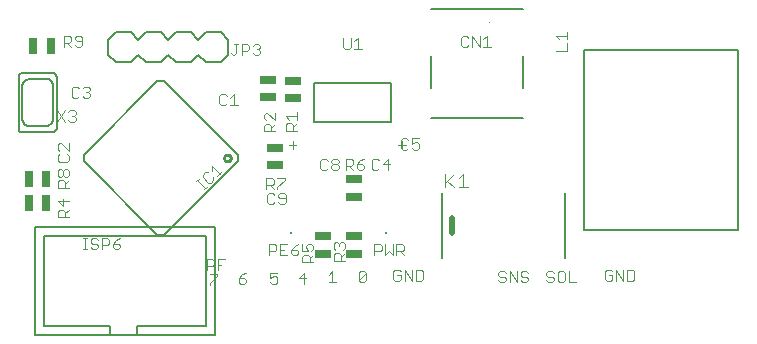
<source format=gto>
G75*
G70*
%OFA0B0*%
%FSLAX24Y24*%
%IPPOS*%
%LPD*%
%AMOC8*
5,1,8,0,0,1.08239X$1,22.5*
%
%ADD10C,0.0030*%
%ADD11R,0.0551X0.0256*%
%ADD12C,0.0050*%
%ADD13C,0.0040*%
%ADD14R,0.0079X0.0079*%
%ADD15C,0.0080*%
%ADD16C,0.0100*%
%ADD17R,0.0256X0.0551*%
%ADD18C,0.0200*%
D10*
X004046Y004878D02*
X004046Y005064D01*
X004108Y005125D01*
X004232Y005125D01*
X004293Y005064D01*
X004293Y004878D01*
X004417Y004878D02*
X004046Y004878D01*
X004293Y005002D02*
X004417Y005125D01*
X004232Y005247D02*
X004232Y005494D01*
X004417Y005432D02*
X004046Y005432D01*
X004232Y005247D01*
X004293Y005865D02*
X004293Y006050D01*
X004232Y006112D01*
X004108Y006112D01*
X004046Y006050D01*
X004046Y005865D01*
X004417Y005865D01*
X004293Y005988D02*
X004417Y006112D01*
X004355Y006233D02*
X004293Y006233D01*
X004232Y006295D01*
X004232Y006418D01*
X004293Y006480D01*
X004355Y006480D01*
X004417Y006418D01*
X004417Y006295D01*
X004355Y006233D01*
X004232Y006295D02*
X004170Y006233D01*
X004108Y006233D01*
X004046Y006295D01*
X004046Y006418D01*
X004108Y006480D01*
X004170Y006480D01*
X004232Y006418D01*
X004108Y006728D02*
X004355Y006728D01*
X004417Y006790D01*
X004417Y006914D01*
X004355Y006975D01*
X004417Y007097D02*
X004170Y007344D01*
X004108Y007344D01*
X004046Y007282D01*
X004046Y007158D01*
X004108Y007097D01*
X004108Y006975D02*
X004046Y006914D01*
X004046Y006790D01*
X004108Y006728D01*
X004417Y007097D02*
X004417Y007344D01*
X004464Y008067D02*
X004402Y008129D01*
X004464Y008067D02*
X004587Y008067D01*
X004649Y008129D01*
X004649Y008190D01*
X004587Y008252D01*
X004525Y008252D01*
X004587Y008252D02*
X004649Y008314D01*
X004649Y008376D01*
X004587Y008437D01*
X004464Y008437D01*
X004402Y008376D01*
X004281Y008437D02*
X004034Y008067D01*
X004281Y008067D02*
X004034Y008437D01*
X004510Y008927D02*
X004572Y008865D01*
X004695Y008865D01*
X004757Y008927D01*
X004878Y008927D02*
X004940Y008865D01*
X005064Y008865D01*
X005125Y008927D01*
X005125Y008988D01*
X005064Y009050D01*
X005002Y009050D01*
X005064Y009050D02*
X005125Y009112D01*
X005125Y009174D01*
X005064Y009235D01*
X004940Y009235D01*
X004878Y009174D01*
X004757Y009174D02*
X004695Y009235D01*
X004572Y009235D01*
X004510Y009174D01*
X004510Y008927D01*
X004494Y010565D02*
X004370Y010688D01*
X004432Y010688D02*
X004247Y010688D01*
X004247Y010565D02*
X004247Y010935D01*
X004432Y010935D01*
X004494Y010874D01*
X004494Y010750D01*
X004432Y010688D01*
X004615Y010627D02*
X004677Y010565D01*
X004800Y010565D01*
X004862Y010627D01*
X004862Y010874D01*
X004800Y010935D01*
X004677Y010935D01*
X004615Y010874D01*
X004615Y010812D01*
X004677Y010750D01*
X004862Y010750D01*
X009433Y008930D02*
X009433Y008683D01*
X009495Y008621D01*
X009618Y008621D01*
X009680Y008683D01*
X009802Y008621D02*
X010048Y008621D01*
X009925Y008621D02*
X009925Y008991D01*
X009802Y008868D01*
X009680Y008930D02*
X009618Y008991D01*
X009495Y008991D01*
X009433Y008930D01*
X010917Y008294D02*
X010917Y008171D01*
X010979Y008109D01*
X010979Y007987D02*
X011102Y007987D01*
X011164Y007926D01*
X011164Y007741D01*
X011164Y007864D02*
X011287Y007987D01*
X011287Y008109D02*
X011041Y008356D01*
X010979Y008356D01*
X010917Y008294D01*
X011287Y008356D02*
X011287Y008109D01*
X010979Y007987D02*
X010917Y007926D01*
X010917Y007741D01*
X011287Y007741D01*
X011646Y007758D02*
X011646Y007943D01*
X011708Y008005D01*
X011832Y008005D01*
X011893Y007943D01*
X011893Y007758D01*
X011893Y007881D02*
X012017Y008005D01*
X012017Y008126D02*
X012017Y008373D01*
X012017Y008249D02*
X011646Y008249D01*
X011770Y008126D01*
X011646Y007758D02*
X012017Y007758D01*
X011882Y007412D02*
X011882Y007165D01*
X012005Y007288D02*
X011758Y007288D01*
X012803Y006768D02*
X012803Y006521D01*
X012865Y006459D01*
X012988Y006459D01*
X013050Y006521D01*
X013171Y006521D02*
X013171Y006583D01*
X013233Y006645D01*
X013356Y006645D01*
X013418Y006583D01*
X013418Y006521D01*
X013356Y006459D01*
X013233Y006459D01*
X013171Y006521D01*
X013233Y006645D02*
X013171Y006706D01*
X013171Y006768D01*
X013233Y006830D01*
X013356Y006830D01*
X013418Y006768D01*
X013418Y006706D01*
X013356Y006645D01*
X013647Y006588D02*
X013832Y006588D01*
X013894Y006650D01*
X013894Y006774D01*
X013832Y006835D01*
X013647Y006835D01*
X013647Y006465D01*
X013770Y006588D02*
X013894Y006465D01*
X014015Y006527D02*
X014077Y006465D01*
X014200Y006465D01*
X014262Y006527D01*
X014262Y006588D01*
X014200Y006650D01*
X014015Y006650D01*
X014015Y006527D01*
X014015Y006650D02*
X014138Y006774D01*
X014262Y006835D01*
X014510Y006774D02*
X014510Y006527D01*
X014572Y006465D01*
X014695Y006465D01*
X014757Y006527D01*
X014878Y006650D02*
X015125Y006650D01*
X015064Y006465D02*
X015064Y006835D01*
X014878Y006650D01*
X014757Y006774D02*
X014695Y006835D01*
X014572Y006835D01*
X014510Y006774D01*
X015408Y007288D02*
X015655Y007288D01*
X015731Y007194D02*
X015669Y007132D01*
X015545Y007132D01*
X015484Y007194D01*
X015484Y007441D01*
X015545Y007503D01*
X015669Y007503D01*
X015731Y007441D01*
X015852Y007503D02*
X015852Y007317D01*
X015975Y007379D01*
X016037Y007379D01*
X016099Y007317D01*
X016099Y007194D01*
X016037Y007132D01*
X015914Y007132D01*
X015852Y007194D01*
X015852Y007503D02*
X016099Y007503D01*
X015532Y007412D02*
X015532Y007165D01*
X013050Y006768D02*
X012988Y006830D01*
X012865Y006830D01*
X012803Y006768D01*
X011612Y006185D02*
X011612Y006124D01*
X011365Y005877D01*
X011365Y005815D01*
X011244Y005815D02*
X011120Y005938D01*
X011182Y005938D02*
X010997Y005938D01*
X010997Y005815D02*
X010997Y006185D01*
X011182Y006185D01*
X011244Y006124D01*
X011244Y006000D01*
X011182Y005938D01*
X011213Y005692D02*
X011090Y005692D01*
X011028Y005630D01*
X011028Y005383D01*
X011090Y005321D01*
X011213Y005321D01*
X011275Y005383D01*
X011396Y005383D02*
X011458Y005321D01*
X011581Y005321D01*
X011643Y005383D01*
X011643Y005630D01*
X011581Y005692D01*
X011458Y005692D01*
X011396Y005630D01*
X011396Y005568D01*
X011458Y005506D01*
X011643Y005506D01*
X011275Y005630D02*
X011213Y005692D01*
X011365Y006185D02*
X011612Y006185D01*
X009534Y006419D02*
X009359Y006244D01*
X009447Y006331D02*
X009185Y006593D01*
X009185Y006419D01*
X009055Y006376D02*
X008968Y006376D01*
X008881Y006289D01*
X008881Y006202D01*
X009055Y006027D01*
X009143Y006027D01*
X009230Y006115D01*
X009230Y006202D01*
X008969Y005854D02*
X008707Y006115D01*
X008663Y006072D02*
X008751Y006159D01*
X009013Y005897D02*
X008925Y005810D01*
X011092Y003985D02*
X011277Y003985D01*
X011339Y003924D01*
X011339Y003800D01*
X011277Y003738D01*
X011092Y003738D01*
X011092Y003615D02*
X011092Y003985D01*
X011460Y003985D02*
X011460Y003615D01*
X011707Y003615D01*
X011828Y003677D02*
X011890Y003615D01*
X012014Y003615D01*
X012075Y003677D01*
X012075Y003738D01*
X012014Y003800D01*
X011828Y003800D01*
X011828Y003677D01*
X011828Y003800D02*
X011952Y003924D01*
X012075Y003985D01*
X012196Y003994D02*
X012196Y003747D01*
X012382Y003747D01*
X012320Y003870D01*
X012320Y003932D01*
X012382Y003994D01*
X012505Y003994D01*
X012567Y003932D01*
X012567Y003808D01*
X012505Y003747D01*
X012567Y003625D02*
X012443Y003502D01*
X012443Y003564D02*
X012443Y003378D01*
X012567Y003378D02*
X012196Y003378D01*
X012196Y003564D01*
X012258Y003625D01*
X012382Y003625D01*
X012443Y003564D01*
X011707Y003985D02*
X011460Y003985D01*
X011460Y003800D02*
X011584Y003800D01*
X011375Y003035D02*
X011128Y003035D01*
X011128Y002850D01*
X011252Y002912D01*
X011314Y002912D01*
X011375Y002850D01*
X011375Y002727D01*
X011314Y002665D01*
X011190Y002665D01*
X011128Y002727D01*
X010325Y002727D02*
X010264Y002665D01*
X010140Y002665D01*
X010078Y002727D01*
X010078Y002850D01*
X010264Y002850D01*
X010325Y002788D01*
X010325Y002727D01*
X010202Y002974D02*
X010078Y002850D01*
X010202Y002974D02*
X010325Y003035D01*
X009625Y003485D02*
X009378Y003485D01*
X009378Y003115D01*
X009375Y002985D02*
X009128Y002985D01*
X009010Y003115D02*
X009010Y003485D01*
X009195Y003485D01*
X009257Y003424D01*
X009257Y003300D01*
X009195Y003238D01*
X009010Y003238D01*
X009378Y003300D02*
X009502Y003300D01*
X009375Y002985D02*
X009375Y002924D01*
X009128Y002677D01*
X009128Y002615D01*
X012078Y002850D02*
X012325Y002850D01*
X012264Y002665D02*
X012264Y003035D01*
X012078Y002850D01*
X013078Y002962D02*
X013202Y003085D01*
X013202Y002715D01*
X013325Y002715D02*
X013078Y002715D01*
X013246Y003428D02*
X013246Y003614D01*
X013308Y003675D01*
X013432Y003675D01*
X013493Y003614D01*
X013493Y003428D01*
X013617Y003428D02*
X013246Y003428D01*
X013493Y003552D02*
X013617Y003675D01*
X013555Y003797D02*
X013617Y003858D01*
X013617Y003982D01*
X013555Y004044D01*
X013493Y004044D01*
X013432Y003982D01*
X013432Y003920D01*
X013432Y003982D02*
X013370Y004044D01*
X013308Y004044D01*
X013246Y003982D01*
X013246Y003858D01*
X013308Y003797D01*
X014078Y003024D02*
X014140Y003085D01*
X014264Y003085D01*
X014325Y003024D01*
X014078Y002777D01*
X014140Y002715D01*
X014264Y002715D01*
X014325Y002777D01*
X014325Y003024D01*
X014078Y003024D02*
X014078Y002777D01*
X015242Y002827D02*
X015303Y002765D01*
X015427Y002765D01*
X015489Y002827D01*
X015489Y002950D01*
X015365Y002950D01*
X015242Y002827D02*
X015242Y003074D01*
X015303Y003135D01*
X015427Y003135D01*
X015489Y003074D01*
X015610Y003135D02*
X015857Y002765D01*
X015857Y003135D01*
X015978Y003135D02*
X016164Y003135D01*
X016225Y003074D01*
X016225Y002827D01*
X016164Y002765D01*
X015978Y002765D01*
X015978Y003135D01*
X015610Y003135D02*
X015610Y002765D01*
X015580Y003615D02*
X015457Y003738D01*
X015518Y003738D02*
X015333Y003738D01*
X015333Y003615D02*
X015333Y003985D01*
X015518Y003985D01*
X015580Y003924D01*
X015580Y003800D01*
X015518Y003738D01*
X015212Y003615D02*
X015212Y003985D01*
X014965Y003985D02*
X014965Y003615D01*
X015088Y003738D01*
X015212Y003615D01*
X014844Y003800D02*
X014782Y003738D01*
X014597Y003738D01*
X014597Y003615D02*
X014597Y003985D01*
X014782Y003985D01*
X014844Y003924D01*
X014844Y003800D01*
X018742Y003024D02*
X018742Y002962D01*
X018803Y002900D01*
X018927Y002900D01*
X018989Y002838D01*
X018989Y002777D01*
X018927Y002715D01*
X018803Y002715D01*
X018742Y002777D01*
X019110Y002715D02*
X019110Y003085D01*
X019357Y002715D01*
X019357Y003085D01*
X019478Y003024D02*
X019478Y002962D01*
X019540Y002900D01*
X019664Y002900D01*
X019725Y002838D01*
X019725Y002777D01*
X019664Y002715D01*
X019540Y002715D01*
X019478Y002777D01*
X019478Y003024D02*
X019540Y003085D01*
X019664Y003085D01*
X019725Y003024D01*
X020342Y003024D02*
X020342Y002962D01*
X020403Y002900D01*
X020527Y002900D01*
X020589Y002838D01*
X020589Y002777D01*
X020527Y002715D01*
X020403Y002715D01*
X020342Y002777D01*
X020342Y003024D02*
X020403Y003085D01*
X020527Y003085D01*
X020589Y003024D01*
X020710Y003024D02*
X020710Y002777D01*
X020772Y002715D01*
X020895Y002715D01*
X020957Y002777D01*
X020957Y003024D01*
X020895Y003085D01*
X020772Y003085D01*
X020710Y003024D01*
X021078Y003085D02*
X021078Y002715D01*
X021325Y002715D01*
X022292Y002827D02*
X022353Y002765D01*
X022477Y002765D01*
X022539Y002827D01*
X022539Y002950D01*
X022415Y002950D01*
X022292Y002827D02*
X022292Y003074D01*
X022353Y003135D01*
X022477Y003135D01*
X022539Y003074D01*
X022660Y003135D02*
X022907Y002765D01*
X022907Y003135D01*
X023028Y003135D02*
X023214Y003135D01*
X023275Y003074D01*
X023275Y002827D01*
X023214Y002765D01*
X023028Y002765D01*
X023028Y003135D01*
X022660Y003135D02*
X022660Y002765D01*
X018989Y003024D02*
X018927Y003085D01*
X018803Y003085D01*
X018742Y003024D01*
X020646Y010434D02*
X021017Y010434D01*
X021017Y010681D01*
X021017Y010802D02*
X021017Y011049D01*
X021017Y010925D02*
X020646Y010925D01*
X020770Y010802D01*
X018478Y010559D02*
X018232Y010559D01*
X018110Y010559D02*
X018110Y010929D01*
X018232Y010806D02*
X018355Y010929D01*
X018355Y010559D01*
X018110Y010559D02*
X017863Y010929D01*
X017863Y010559D01*
X017742Y010620D02*
X017680Y010559D01*
X017557Y010559D01*
X017495Y010620D01*
X017495Y010867D01*
X017557Y010929D01*
X017680Y010929D01*
X017742Y010867D01*
X014187Y010490D02*
X013940Y010490D01*
X014063Y010490D02*
X014063Y010860D01*
X013940Y010737D01*
X013819Y010860D02*
X013819Y010552D01*
X013757Y010490D01*
X013633Y010490D01*
X013572Y010552D01*
X013572Y010860D01*
D11*
X011882Y009421D03*
X011053Y009454D03*
X011053Y008874D03*
X011882Y008841D03*
X011282Y007192D03*
X011282Y006612D03*
X013932Y006142D03*
X013932Y005562D03*
X013931Y004238D03*
X012881Y004238D03*
X012881Y003658D03*
X013931Y003658D03*
D12*
X003282Y004550D02*
X003282Y000950D01*
X005782Y000950D01*
X005782Y001250D01*
X003582Y001250D01*
X003582Y004250D01*
X008982Y004250D01*
X008982Y001250D01*
X006682Y001250D01*
X006682Y000950D01*
X005782Y000950D01*
X006682Y000950D02*
X009282Y000950D01*
X009282Y004550D01*
X003282Y004550D01*
X002840Y007716D02*
X003861Y007716D01*
X003882Y007715D01*
X003903Y007717D01*
X003923Y007722D01*
X003942Y007730D01*
X003959Y007741D01*
X003975Y007754D01*
X003988Y007770D01*
X003999Y007788D01*
X004007Y007807D01*
X004012Y007827D01*
X004012Y009573D01*
X004007Y009593D01*
X003999Y009612D01*
X003988Y009630D01*
X003975Y009646D01*
X003959Y009659D01*
X003942Y009670D01*
X003923Y009678D01*
X003903Y009683D01*
X003882Y009685D01*
X003861Y009684D01*
X002876Y009684D01*
X002857Y009682D01*
X002838Y009678D01*
X002820Y009670D01*
X002803Y009660D01*
X002788Y009648D01*
X002776Y009633D01*
X002766Y009616D01*
X002758Y009598D01*
X002754Y009579D01*
X002752Y009560D01*
X002752Y007804D01*
X002754Y007787D01*
X002759Y007770D01*
X002767Y007755D01*
X002778Y007742D01*
X002791Y007731D01*
X002806Y007723D01*
X002823Y007718D01*
X002840Y007716D01*
X003106Y007913D02*
X003657Y007913D01*
X003658Y007913D02*
X003688Y007917D01*
X003718Y007925D01*
X003747Y007936D01*
X003775Y007951D01*
X003800Y007969D01*
X003823Y007990D01*
X003843Y008014D01*
X003860Y008040D01*
X003874Y008067D01*
X003885Y008097D01*
X003892Y008127D01*
X003895Y008158D01*
X003894Y008189D01*
X003894Y008188D02*
X003894Y009251D01*
X003893Y009251D02*
X003894Y009280D01*
X003891Y009308D01*
X003884Y009336D01*
X003874Y009362D01*
X003860Y009387D01*
X003844Y009410D01*
X003824Y009430D01*
X003802Y009448D01*
X003778Y009463D01*
X003752Y009475D01*
X003725Y009483D01*
X003697Y009487D01*
X003145Y009487D01*
X003146Y009487D02*
X003115Y009488D01*
X003084Y009485D01*
X003054Y009478D01*
X003024Y009467D01*
X002997Y009453D01*
X002971Y009436D01*
X002947Y009416D01*
X002926Y009393D01*
X002908Y009368D01*
X002893Y009340D01*
X002882Y009312D01*
X002874Y009282D01*
X002870Y009251D01*
X002870Y008149D01*
X002872Y008121D01*
X002877Y008093D01*
X002885Y008065D01*
X002897Y008039D01*
X002912Y008015D01*
X002929Y007993D01*
X002950Y007972D01*
X002972Y007955D01*
X002996Y007940D01*
X003022Y007928D01*
X003050Y007920D01*
X003078Y007915D01*
X003106Y007913D01*
X016496Y008189D02*
X019567Y008189D01*
X019292Y008189D02*
X018858Y008189D01*
X019567Y009173D02*
X019567Y010236D01*
X019567Y011811D02*
X016496Y011811D01*
X016496Y010236D02*
X016496Y009173D01*
X016772Y008189D02*
X017205Y008189D01*
D13*
X017259Y006330D02*
X016952Y006023D01*
X017028Y006100D02*
X017259Y005870D01*
X017412Y005870D02*
X017719Y005870D01*
X017566Y005870D02*
X017566Y006330D01*
X017412Y006177D01*
X016952Y006330D02*
X016952Y005870D01*
X010799Y010350D02*
X010738Y010290D01*
X010618Y010290D01*
X010558Y010350D01*
X010678Y010470D02*
X010738Y010470D01*
X010799Y010410D01*
X010799Y010350D01*
X010738Y010470D02*
X010799Y010530D01*
X010799Y010590D01*
X010738Y010650D01*
X010618Y010650D01*
X010558Y010590D01*
X010430Y010590D02*
X010430Y010470D01*
X010370Y010410D01*
X010190Y010410D01*
X010190Y010290D02*
X010190Y010650D01*
X010370Y010650D01*
X010430Y010590D01*
X010062Y010650D02*
X009942Y010650D01*
X010002Y010650D02*
X010002Y010350D01*
X009942Y010290D01*
X009882Y010290D01*
X009822Y010350D01*
X018440Y011380D02*
X018440Y011380D01*
X006124Y004180D02*
X006004Y004120D01*
X005884Y004000D01*
X006064Y004000D01*
X006124Y003940D01*
X006124Y003880D01*
X006064Y003820D01*
X005944Y003820D01*
X005884Y003880D01*
X005884Y004000D01*
X005756Y004000D02*
X005696Y003940D01*
X005516Y003940D01*
X005516Y003820D02*
X005516Y004180D01*
X005696Y004180D01*
X005756Y004120D01*
X005756Y004000D01*
X005387Y003940D02*
X005387Y003880D01*
X005327Y003820D01*
X005207Y003820D01*
X005147Y003880D01*
X005207Y004000D02*
X005327Y004000D01*
X005387Y003940D01*
X005387Y004120D02*
X005327Y004180D01*
X005207Y004180D01*
X005147Y004120D01*
X005147Y004060D01*
X005207Y004000D01*
X005022Y003820D02*
X004902Y003820D01*
X004962Y003820D02*
X004962Y004180D01*
X004902Y004180D02*
X005022Y004180D01*
D14*
X011821Y004350D03*
X014992Y004350D03*
D15*
X016871Y003517D02*
X016871Y005683D01*
X020965Y005683D02*
X020965Y003517D01*
X021595Y004450D02*
X026713Y004450D01*
X026713Y010450D01*
X021595Y010450D01*
X021595Y004450D01*
X015172Y008050D02*
X012592Y008050D01*
X012592Y009350D01*
X015172Y009350D01*
X015172Y008050D01*
X010043Y006961D02*
X010043Y006739D01*
X007593Y004289D01*
X007370Y004289D01*
X004921Y006739D01*
X004921Y006961D01*
X007370Y009411D01*
X007593Y009411D01*
X010043Y006961D01*
X009482Y010050D02*
X008982Y010050D01*
X008732Y010300D01*
X008482Y010050D01*
X007982Y010050D01*
X007732Y010300D01*
X007482Y010050D01*
X006982Y010050D01*
X006732Y010300D01*
X006482Y010050D01*
X005982Y010050D01*
X005732Y010300D01*
X005732Y010800D01*
X005982Y011050D01*
X006482Y011050D01*
X006732Y010800D01*
X006982Y011050D01*
X007482Y011050D01*
X007732Y010800D01*
X007982Y011050D01*
X008482Y011050D01*
X008732Y010800D01*
X008982Y011050D01*
X009482Y011050D01*
X009732Y010800D01*
X009732Y010300D01*
X009482Y010050D01*
D16*
X009598Y006850D02*
X009600Y006870D01*
X009605Y006890D01*
X009615Y006908D01*
X009627Y006925D01*
X009642Y006939D01*
X009660Y006949D01*
X009679Y006957D01*
X009699Y006961D01*
X009719Y006961D01*
X009739Y006957D01*
X009758Y006949D01*
X009776Y006939D01*
X009791Y006925D01*
X009803Y006908D01*
X009813Y006890D01*
X009818Y006870D01*
X009820Y006850D01*
X009818Y006830D01*
X009813Y006810D01*
X009803Y006792D01*
X009791Y006775D01*
X009776Y006761D01*
X009758Y006751D01*
X009739Y006743D01*
X009719Y006739D01*
X009699Y006739D01*
X009679Y006743D01*
X009660Y006751D01*
X009642Y006761D01*
X009627Y006775D01*
X009615Y006792D01*
X009605Y006810D01*
X009600Y006830D01*
X009598Y006850D01*
D17*
X003670Y006151D03*
X003090Y006151D03*
X003094Y005349D03*
X003674Y005349D03*
X003820Y010601D03*
X003240Y010601D03*
D18*
X017182Y004850D02*
X017182Y004350D01*
M02*

</source>
